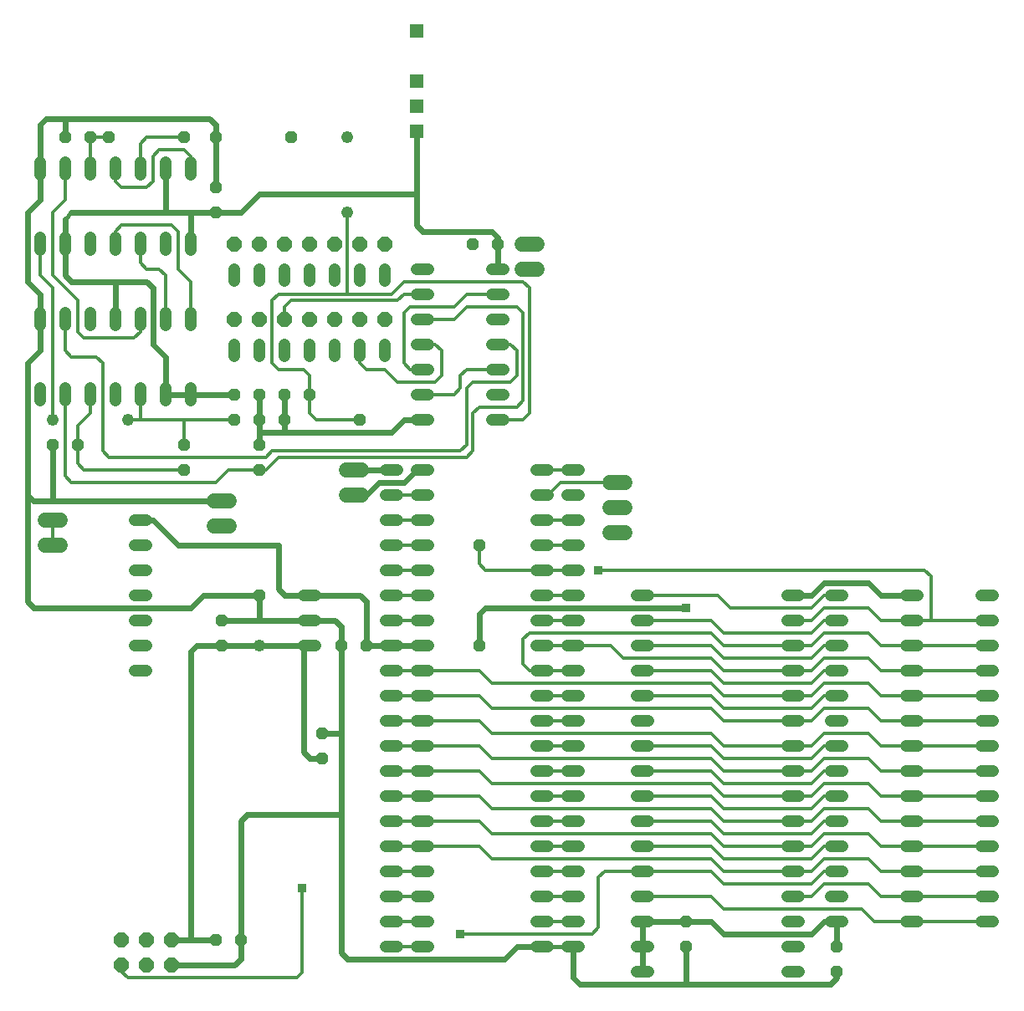
<source format=gbl>
G75*
%MOIN*%
%OFA0B0*%
%FSLAX24Y24*%
%IPPOS*%
%LPD*%
%AMOC8*
5,1,8,0,0,1.08239X$1,22.5*
%
%ADD10C,0.0480*%
%ADD11OC8,0.0480*%
%ADD12C,0.0600*%
%ADD13OC8,0.0600*%
%ADD14C,0.0480*%
%ADD15R,0.0531X0.0531*%
%ADD16C,0.0240*%
%ADD17C,0.0160*%
%ADD18R,0.0376X0.0376*%
%ADD19C,0.0120*%
D10*
X006208Y013910D02*
X006688Y013910D01*
X006688Y014910D02*
X006208Y014910D01*
X006208Y015910D02*
X006688Y015910D01*
X006688Y016910D02*
X006208Y016910D01*
X006208Y017910D02*
X006688Y017910D01*
X006688Y018910D02*
X006208Y018910D01*
X006208Y019910D02*
X006688Y019910D01*
X006448Y024670D02*
X006448Y025150D01*
X005448Y025150D02*
X005448Y024670D01*
X004448Y024670D02*
X004448Y025150D01*
X003448Y025150D02*
X003448Y024670D01*
X002448Y024670D02*
X002448Y025150D01*
X002448Y027670D02*
X002448Y028150D01*
X003448Y028150D02*
X003448Y027670D01*
X004448Y027670D02*
X004448Y028150D01*
X005448Y028150D02*
X005448Y027670D01*
X006448Y027670D02*
X006448Y028150D01*
X007448Y028150D02*
X007448Y027670D01*
X008448Y027670D02*
X008448Y028150D01*
X010198Y026900D02*
X010198Y026420D01*
X011198Y026420D02*
X011198Y026900D01*
X012198Y026900D02*
X012198Y026420D01*
X013198Y026420D02*
X013198Y026900D01*
X014198Y026900D02*
X014198Y026420D01*
X015198Y026420D02*
X015198Y026900D01*
X016198Y026900D02*
X016198Y026420D01*
X017458Y026910D02*
X017938Y026910D01*
X017938Y027910D02*
X017458Y027910D01*
X017458Y028910D02*
X017938Y028910D01*
X017938Y029910D02*
X017458Y029910D01*
X016198Y029900D02*
X016198Y029420D01*
X015198Y029420D02*
X015198Y029900D01*
X014198Y029900D02*
X014198Y029420D01*
X013198Y029420D02*
X013198Y029900D01*
X012198Y029900D02*
X012198Y029420D01*
X011198Y029420D02*
X011198Y029900D01*
X010198Y029900D02*
X010198Y029420D01*
X008448Y030670D02*
X008448Y031150D01*
X007448Y031150D02*
X007448Y030670D01*
X006448Y030670D02*
X006448Y031150D01*
X005448Y031150D02*
X005448Y030670D01*
X004448Y030670D02*
X004448Y031150D01*
X003448Y031150D02*
X003448Y030670D01*
X002448Y030670D02*
X002448Y031150D01*
X002448Y033670D02*
X002448Y034150D01*
X003448Y034150D02*
X003448Y033670D01*
X004448Y033670D02*
X004448Y034150D01*
X005448Y034150D02*
X005448Y033670D01*
X006448Y033670D02*
X006448Y034150D01*
X007448Y034150D02*
X007448Y033670D01*
X008448Y033670D02*
X008448Y034150D01*
X008448Y025150D02*
X008448Y024670D01*
X007448Y024670D02*
X007448Y025150D01*
X012958Y016910D02*
X013438Y016910D01*
X013438Y015910D02*
X012958Y015910D01*
X012958Y014910D02*
X013438Y014910D01*
X016208Y014910D02*
X016688Y014910D01*
X017458Y014910D02*
X017938Y014910D01*
X017938Y013910D02*
X017458Y013910D01*
X016688Y013910D02*
X016208Y013910D01*
X016208Y012910D02*
X016688Y012910D01*
X017458Y012910D02*
X017938Y012910D01*
X017938Y011910D02*
X017458Y011910D01*
X016688Y011910D02*
X016208Y011910D01*
X016208Y010910D02*
X016688Y010910D01*
X017458Y010910D02*
X017938Y010910D01*
X017938Y009910D02*
X017458Y009910D01*
X016688Y009910D02*
X016208Y009910D01*
X016208Y008910D02*
X016688Y008910D01*
X017458Y008910D02*
X017938Y008910D01*
X017938Y007910D02*
X017458Y007910D01*
X016688Y007910D02*
X016208Y007910D01*
X016208Y006910D02*
X016688Y006910D01*
X017458Y006910D02*
X017938Y006910D01*
X017938Y005910D02*
X017458Y005910D01*
X016688Y005910D02*
X016208Y005910D01*
X016208Y004910D02*
X016688Y004910D01*
X017458Y004910D02*
X017938Y004910D01*
X017938Y003910D02*
X017458Y003910D01*
X016688Y003910D02*
X016208Y003910D01*
X016208Y002910D02*
X016688Y002910D01*
X017458Y002910D02*
X017938Y002910D01*
X022208Y002910D02*
X022688Y002910D01*
X023458Y002910D02*
X023938Y002910D01*
X023938Y003910D02*
X023458Y003910D01*
X022688Y003910D02*
X022208Y003910D01*
X022208Y004910D02*
X022688Y004910D01*
X023458Y004910D02*
X023938Y004910D01*
X023938Y005910D02*
X023458Y005910D01*
X022688Y005910D02*
X022208Y005910D01*
X022208Y006910D02*
X022688Y006910D01*
X023458Y006910D02*
X023938Y006910D01*
X023938Y007910D02*
X023458Y007910D01*
X022688Y007910D02*
X022208Y007910D01*
X022208Y008910D02*
X022688Y008910D01*
X023458Y008910D02*
X023938Y008910D01*
X023938Y009910D02*
X023458Y009910D01*
X022688Y009910D02*
X022208Y009910D01*
X022208Y010910D02*
X022688Y010910D01*
X023458Y010910D02*
X023938Y010910D01*
X023938Y011910D02*
X023458Y011910D01*
X022688Y011910D02*
X022208Y011910D01*
X022208Y012910D02*
X022688Y012910D01*
X023458Y012910D02*
X023938Y012910D01*
X023938Y013910D02*
X023458Y013910D01*
X022688Y013910D02*
X022208Y013910D01*
X022208Y014910D02*
X022688Y014910D01*
X023458Y014910D02*
X023938Y014910D01*
X023938Y015910D02*
X023458Y015910D01*
X022688Y015910D02*
X022208Y015910D01*
X022208Y016910D02*
X022688Y016910D01*
X023458Y016910D02*
X023938Y016910D01*
X023938Y017910D02*
X023458Y017910D01*
X022688Y017910D02*
X022208Y017910D01*
X022208Y018910D02*
X022688Y018910D01*
X023458Y018910D02*
X023938Y018910D01*
X023938Y019910D02*
X023458Y019910D01*
X022688Y019910D02*
X022208Y019910D01*
X022208Y020910D02*
X022688Y020910D01*
X023458Y020910D02*
X023938Y020910D01*
X023938Y021910D02*
X023458Y021910D01*
X022688Y021910D02*
X022208Y021910D01*
X020938Y023910D02*
X020458Y023910D01*
X020458Y024910D02*
X020938Y024910D01*
X020938Y025910D02*
X020458Y025910D01*
X020458Y026910D02*
X020938Y026910D01*
X020938Y027910D02*
X020458Y027910D01*
X020458Y028910D02*
X020938Y028910D01*
X020938Y029910D02*
X020458Y029910D01*
X017938Y025910D02*
X017458Y025910D01*
X017458Y024910D02*
X017938Y024910D01*
X017938Y023910D02*
X017458Y023910D01*
X017458Y021910D02*
X017938Y021910D01*
X017938Y020910D02*
X017458Y020910D01*
X016688Y020910D02*
X016208Y020910D01*
X016208Y019910D02*
X016688Y019910D01*
X017458Y019910D02*
X017938Y019910D01*
X017938Y018910D02*
X017458Y018910D01*
X016688Y018910D02*
X016208Y018910D01*
X016208Y017910D02*
X016688Y017910D01*
X017458Y017910D02*
X017938Y017910D01*
X017938Y016910D02*
X017458Y016910D01*
X016688Y016910D02*
X016208Y016910D01*
X016208Y015910D02*
X016688Y015910D01*
X017458Y015910D02*
X017938Y015910D01*
X016688Y021910D02*
X016208Y021910D01*
X026208Y016910D02*
X026688Y016910D01*
X026688Y015910D02*
X026208Y015910D01*
X026208Y014910D02*
X026688Y014910D01*
X026688Y013910D02*
X026208Y013910D01*
X026208Y012910D02*
X026688Y012910D01*
X026688Y011910D02*
X026208Y011910D01*
X026208Y010910D02*
X026688Y010910D01*
X026688Y009910D02*
X026208Y009910D01*
X026208Y008910D02*
X026688Y008910D01*
X026688Y007910D02*
X026208Y007910D01*
X026208Y006910D02*
X026688Y006910D01*
X026688Y005910D02*
X026208Y005910D01*
X026208Y004910D02*
X026688Y004910D01*
X026688Y003910D02*
X026208Y003910D01*
X026208Y002910D02*
X026688Y002910D01*
X026688Y001910D02*
X026208Y001910D01*
X032208Y001910D02*
X032688Y001910D01*
X032688Y002910D02*
X032208Y002910D01*
X032208Y003910D02*
X032688Y003910D01*
X032688Y004910D02*
X032208Y004910D01*
X032208Y005910D02*
X032688Y005910D01*
X032688Y006910D02*
X032208Y006910D01*
X032208Y007910D02*
X032688Y007910D01*
X032688Y008910D02*
X032208Y008910D01*
X032208Y009910D02*
X032688Y009910D01*
X032688Y010910D02*
X032208Y010910D01*
X032208Y011910D02*
X032688Y011910D01*
X032688Y012910D02*
X032208Y012910D01*
X032208Y013910D02*
X032688Y013910D01*
X032688Y014910D02*
X032208Y014910D01*
X032208Y015910D02*
X032688Y015910D01*
X032688Y016910D02*
X032208Y016910D01*
X033958Y016910D02*
X034438Y016910D01*
X033958Y016910D01*
X033958Y015910D02*
X034438Y015910D01*
X033958Y015910D01*
X033958Y014910D02*
X034438Y014910D01*
X033958Y014910D01*
X033958Y013910D02*
X034438Y013910D01*
X033958Y013910D01*
X033958Y012910D02*
X034438Y012910D01*
X033958Y012910D01*
X033958Y011910D02*
X034438Y011910D01*
X033958Y011910D01*
X033958Y010910D02*
X034438Y010910D01*
X033958Y010910D01*
X033958Y009910D02*
X034438Y009910D01*
X033958Y009910D01*
X033958Y008910D02*
X034438Y008910D01*
X033958Y008910D01*
X033958Y007910D02*
X034438Y007910D01*
X033958Y007910D01*
X033958Y006910D02*
X034438Y006910D01*
X033958Y006910D01*
X033958Y005910D02*
X034438Y005910D01*
X033958Y005910D01*
X033958Y004910D02*
X034438Y004910D01*
X033958Y004910D01*
X033958Y003910D02*
X034438Y003910D01*
X033958Y003910D01*
X036958Y003910D02*
X037438Y003910D01*
X037438Y004910D02*
X036958Y004910D01*
X036958Y005910D02*
X037438Y005910D01*
X037438Y006910D02*
X036958Y006910D01*
X036958Y007910D02*
X037438Y007910D01*
X037438Y008910D02*
X036958Y008910D01*
X036958Y009910D02*
X037438Y009910D01*
X037438Y010910D02*
X036958Y010910D01*
X036958Y011910D02*
X037438Y011910D01*
X037438Y012910D02*
X036958Y012910D01*
X036958Y013910D02*
X037438Y013910D01*
X037438Y014910D02*
X036958Y014910D01*
X036958Y015910D02*
X037438Y015910D01*
X037438Y016910D02*
X036958Y016910D01*
X039958Y016910D02*
X040438Y016910D01*
X040438Y015910D02*
X039958Y015910D01*
X039958Y014910D02*
X040438Y014910D01*
X040438Y013910D02*
X039958Y013910D01*
X039958Y012910D02*
X040438Y012910D01*
X040438Y011910D02*
X039958Y011910D01*
X039958Y010910D02*
X040438Y010910D01*
X040438Y009910D02*
X039958Y009910D01*
X039958Y008910D02*
X040438Y008910D01*
X040438Y007910D02*
X039958Y007910D01*
X039958Y006910D02*
X040438Y006910D01*
X040438Y005910D02*
X039958Y005910D01*
X039958Y004910D02*
X040438Y004910D01*
X040438Y003910D02*
X039958Y003910D01*
D11*
X034198Y002910D03*
X034198Y001910D03*
X028198Y002910D03*
X028198Y003910D03*
X019948Y014910D03*
X019948Y018910D03*
X015448Y014910D03*
X014448Y014910D03*
X011198Y016910D03*
X009698Y015910D03*
X009698Y014910D03*
X013698Y011410D03*
X013698Y010410D03*
X010448Y003160D03*
X009448Y003160D03*
X008198Y021910D03*
X008198Y022910D03*
X010198Y023910D03*
X010198Y024910D03*
X011198Y024910D03*
X011198Y023910D03*
X011198Y022910D03*
X012198Y023910D03*
X012198Y024910D03*
X013198Y024910D03*
X015198Y023910D03*
X011198Y021910D03*
X003948Y022910D03*
X002948Y022910D03*
X009448Y032160D03*
X009448Y033160D03*
X009448Y035160D03*
X008198Y035160D03*
X005198Y035160D03*
X004448Y035160D03*
X003448Y035160D03*
X012448Y035160D03*
X019698Y030910D03*
X020698Y030910D03*
D12*
X021648Y030910D02*
X022248Y030910D01*
X022248Y029910D02*
X021648Y029910D01*
X015248Y021910D02*
X014648Y021910D01*
X014648Y020910D02*
X015248Y020910D01*
X009998Y020660D02*
X009398Y020660D01*
X009398Y019660D02*
X009998Y019660D01*
X003248Y019910D02*
X002648Y019910D01*
X002648Y018910D02*
X003248Y018910D01*
X025148Y019410D02*
X025748Y019410D01*
X025748Y020410D02*
X025148Y020410D01*
X025148Y021410D02*
X025748Y021410D01*
D13*
X016198Y027910D03*
X015198Y027910D03*
X014198Y027910D03*
X013198Y027910D03*
X012198Y027910D03*
X011198Y027910D03*
X010198Y027910D03*
X010198Y030910D03*
X011198Y030910D03*
X012198Y030910D03*
X013198Y030910D03*
X014198Y030910D03*
X015198Y030910D03*
X016198Y030910D03*
X007698Y003160D03*
X006698Y003160D03*
X005698Y003160D03*
X005698Y002160D03*
X006698Y002160D03*
X007698Y002160D03*
D14*
X011198Y014910D03*
X005948Y023910D03*
X002948Y023910D03*
X014698Y032160D03*
X014698Y035160D03*
D15*
X017448Y035410D03*
X017448Y036410D03*
X017448Y037410D03*
X017448Y039410D03*
D16*
X017448Y035410D02*
X017448Y032910D01*
X017448Y031660D01*
X017698Y031410D01*
X020448Y031410D01*
X020698Y031160D01*
X020698Y030910D01*
X020698Y029910D01*
X017448Y032910D02*
X011198Y032910D01*
X010448Y032160D01*
X009448Y032160D01*
X008448Y032160D01*
X008448Y030910D01*
X008448Y032160D02*
X007448Y032160D01*
X007448Y033910D01*
X007448Y032160D02*
X003698Y032160D01*
X003448Y031910D02*
X003448Y030910D01*
X003448Y029660D01*
X003698Y029410D01*
X005448Y029410D01*
X005448Y027910D01*
X005448Y029410D02*
X006698Y029410D01*
X006948Y029160D01*
X006948Y026910D01*
X007448Y026410D01*
X007448Y024910D01*
X008448Y024910D01*
X010198Y024910D01*
X011198Y024910D02*
X011198Y023910D01*
X011198Y023410D01*
X011198Y022910D01*
X011198Y023410D02*
X012198Y023410D01*
X012198Y024910D01*
X012198Y023910D01*
X012198Y023410D02*
X016448Y023410D01*
X016948Y023910D01*
X017698Y023910D01*
X017698Y021910D02*
X017448Y021910D01*
X016948Y021410D01*
X015948Y021410D01*
X015448Y020910D01*
X014948Y020910D01*
X014948Y021910D02*
X016448Y021910D01*
X015198Y016910D02*
X013198Y016910D01*
X012198Y016910D01*
X011948Y017160D01*
X011948Y018910D01*
X007948Y018910D01*
X006948Y019910D01*
X006448Y019910D01*
X008948Y016910D02*
X008448Y016410D01*
X002198Y016410D01*
X001948Y016660D01*
X001948Y020910D01*
X002198Y020660D01*
X002948Y020660D01*
X002948Y022910D01*
X001948Y020910D02*
X001948Y026160D01*
X002448Y026660D01*
X002448Y027910D01*
X002448Y028910D01*
X001948Y029410D01*
X001948Y032160D01*
X002448Y032660D01*
X002448Y033910D01*
X002448Y035660D01*
X002698Y035910D01*
X003448Y035910D01*
X009198Y035910D01*
X009448Y035660D01*
X009448Y035160D01*
X009448Y033160D01*
X003448Y035160D02*
X003448Y035910D01*
X002948Y020660D02*
X009698Y020660D01*
X008948Y016910D02*
X011198Y016910D01*
X011198Y015910D01*
X013198Y015910D01*
X014198Y015910D01*
X014448Y015660D01*
X014448Y014910D01*
X014448Y011410D01*
X013698Y011410D01*
X014448Y011410D02*
X014448Y008160D01*
X014448Y002660D01*
X014698Y002410D01*
X020948Y002410D01*
X021448Y002910D01*
X022448Y002910D01*
X023698Y002910D02*
X023698Y001660D01*
X023948Y001410D01*
X028198Y001410D01*
X028198Y002910D01*
X028198Y003910D02*
X029198Y003910D01*
X029698Y003410D01*
X033198Y003410D01*
X033698Y003910D01*
X034198Y003910D01*
X034198Y002910D01*
X034198Y001910D02*
X034198Y001660D01*
X033948Y001410D01*
X028198Y001410D01*
X026448Y001910D02*
X026448Y002910D01*
X026448Y003910D01*
X028198Y003910D01*
X019948Y014910D02*
X019948Y016160D01*
X020198Y016410D01*
X028198Y016410D01*
X032448Y016910D02*
X033198Y016910D01*
X033698Y017410D01*
X035448Y017410D01*
X035948Y016910D01*
X037198Y016910D01*
X017698Y014910D02*
X016448Y014910D01*
X015448Y014910D01*
X015448Y016660D01*
X015198Y016910D01*
X013198Y014910D02*
X012948Y014910D01*
X012948Y010660D01*
X013198Y010410D01*
X013698Y010410D01*
X014448Y008160D02*
X010698Y008160D01*
X010448Y007910D01*
X010448Y003160D01*
X010448Y002410D01*
X010198Y002160D01*
X007698Y002160D01*
X007698Y003160D02*
X008448Y003160D01*
X008448Y014660D01*
X008698Y014910D01*
X009698Y014910D01*
X011198Y014910D01*
X012948Y014910D01*
X011198Y015910D02*
X009698Y015910D01*
X009448Y003160D02*
X008448Y003160D01*
D17*
X022448Y002910D02*
X023698Y002910D01*
X003448Y031910D02*
X003698Y032160D01*
D18*
X024698Y017910D03*
X028198Y016410D03*
X019198Y003410D03*
X012886Y005223D03*
D19*
X005698Y002160D02*
X005698Y001910D01*
X005948Y001660D01*
X012698Y001660D01*
X012886Y001848D01*
X012886Y005223D01*
X016448Y004910D02*
X017698Y004910D01*
X017698Y003910D02*
X016448Y003910D01*
X016448Y002910D02*
X017698Y002910D01*
X019198Y003410D02*
X024448Y003410D01*
X024698Y003660D01*
X024698Y005660D01*
X024948Y005910D01*
X026448Y005910D01*
X029198Y005910D01*
X029698Y005410D01*
X033198Y005410D01*
X033698Y005910D01*
X034198Y005910D01*
X033698Y005410D02*
X035448Y005410D01*
X035948Y004910D01*
X037198Y004910D01*
X040198Y004910D01*
X040198Y003910D02*
X037198Y003910D01*
X035698Y003910D01*
X035198Y004410D01*
X029698Y004410D01*
X029198Y004910D01*
X026448Y004910D01*
X026448Y006910D02*
X029198Y006910D01*
X029698Y006410D01*
X033198Y006410D01*
X033698Y006910D01*
X034198Y006910D01*
X033698Y006410D02*
X035448Y006410D01*
X035948Y005910D01*
X037198Y005910D01*
X040198Y005910D01*
X040198Y006910D02*
X037198Y006910D01*
X035948Y006910D01*
X035448Y007410D01*
X033698Y007410D01*
X033198Y006910D01*
X032448Y006910D01*
X029698Y006910D01*
X029198Y007410D01*
X020448Y007410D01*
X019948Y007910D01*
X017698Y007910D01*
X016448Y007910D01*
X016448Y006910D02*
X017698Y006910D01*
X019948Y006910D01*
X020448Y006410D01*
X029198Y006410D01*
X029698Y005910D01*
X032448Y005910D01*
X033198Y005910D01*
X033698Y006410D01*
X033698Y005410D02*
X033198Y004910D01*
X032448Y004910D01*
X032448Y006910D02*
X031948Y006910D01*
X032448Y007910D02*
X029698Y007910D01*
X029198Y008410D01*
X020448Y008410D01*
X019948Y008910D01*
X017698Y008910D01*
X016448Y008910D01*
X016448Y009910D02*
X017698Y009910D01*
X019948Y009910D01*
X020448Y009410D01*
X029198Y009410D01*
X029698Y008910D01*
X032448Y008910D01*
X033198Y008910D01*
X033698Y009410D01*
X035448Y009410D01*
X035948Y008910D01*
X037198Y008910D01*
X040198Y008910D01*
X040198Y007910D02*
X037198Y007910D01*
X035948Y007910D01*
X035448Y008410D01*
X033698Y008410D01*
X033198Y007910D01*
X032448Y007910D01*
X033198Y007410D02*
X029698Y007410D01*
X029198Y007910D01*
X026448Y007910D01*
X026448Y008910D02*
X029198Y008910D01*
X029698Y008410D01*
X033198Y008410D01*
X033698Y008910D01*
X034198Y008910D01*
X034198Y007910D02*
X033698Y007910D01*
X033198Y007410D01*
X033198Y009410D02*
X033698Y009910D01*
X034198Y009910D01*
X033698Y010410D02*
X035448Y010410D01*
X035948Y009910D01*
X037198Y009910D01*
X040198Y009910D01*
X040198Y010910D02*
X037198Y010910D01*
X035948Y010910D01*
X035448Y011410D01*
X033698Y011410D01*
X033198Y010910D01*
X032448Y010910D01*
X029698Y010910D01*
X029198Y011410D01*
X020448Y011410D01*
X019948Y011910D01*
X017698Y011910D01*
X016448Y011910D01*
X016448Y010910D02*
X017698Y010910D01*
X019948Y010910D01*
X020448Y010410D01*
X029198Y010410D01*
X029698Y009910D01*
X032448Y009910D01*
X033198Y009910D01*
X033698Y010410D01*
X033198Y010410D02*
X033698Y010910D01*
X034198Y010910D01*
X033198Y010410D02*
X029698Y010410D01*
X029198Y010910D01*
X026448Y010910D01*
X026448Y009910D02*
X029198Y009910D01*
X029698Y009410D01*
X033198Y009410D01*
X033198Y011910D02*
X032448Y011910D01*
X029698Y011910D01*
X029198Y012410D01*
X020448Y012410D01*
X019948Y012910D01*
X017698Y012910D01*
X016448Y012910D01*
X016448Y013910D02*
X017698Y013910D01*
X019948Y013910D01*
X020448Y013410D01*
X029198Y013410D01*
X029698Y012910D01*
X032448Y012910D01*
X033198Y012910D01*
X033698Y013410D01*
X035448Y013410D01*
X035948Y012910D01*
X037198Y012910D01*
X040198Y012910D01*
X040198Y011910D02*
X037198Y011910D01*
X035948Y011910D01*
X035448Y012410D01*
X033698Y012410D01*
X033198Y011910D01*
X033198Y012410D02*
X029698Y012410D01*
X029198Y012910D01*
X026448Y012910D01*
X026448Y013910D02*
X029198Y013910D01*
X029698Y013410D01*
X033198Y013410D01*
X033698Y013910D01*
X034198Y013910D01*
X033698Y014410D02*
X035448Y014410D01*
X035948Y013910D01*
X037198Y013910D01*
X040198Y013910D01*
X040198Y014910D02*
X037198Y014910D01*
X035948Y014910D01*
X035448Y015410D01*
X033698Y015410D01*
X033198Y014910D01*
X032448Y014910D01*
X029698Y014910D01*
X029198Y015410D01*
X021948Y015410D01*
X021698Y015160D01*
X021698Y014160D01*
X021948Y013910D01*
X022448Y013910D01*
X023698Y013910D01*
X023698Y014910D02*
X025198Y014910D01*
X025698Y014410D01*
X029198Y014410D01*
X029698Y013910D01*
X032448Y013910D01*
X033198Y013910D01*
X033698Y014410D01*
X033198Y014410D02*
X033698Y014910D01*
X034198Y014910D01*
X034198Y015910D02*
X033698Y015910D01*
X033198Y015410D01*
X029698Y015410D01*
X029198Y015910D01*
X026448Y015910D01*
X026448Y014910D02*
X029198Y014910D01*
X029698Y014410D01*
X033198Y014410D01*
X033198Y015910D02*
X032448Y015910D01*
X033198Y015910D02*
X033698Y016410D01*
X035448Y016410D01*
X035948Y015910D01*
X037198Y015910D01*
X037948Y015910D01*
X037948Y017660D01*
X037698Y017910D01*
X024698Y017910D01*
X023698Y017910D02*
X022448Y017910D01*
X020198Y017910D01*
X019948Y018160D01*
X019948Y018910D01*
X017698Y018910D02*
X016448Y018910D01*
X016448Y019910D02*
X017698Y019910D01*
X017698Y020910D02*
X016448Y020910D01*
X016448Y017910D02*
X017698Y017910D01*
X017698Y016910D02*
X016448Y016910D01*
X016448Y015910D02*
X017698Y015910D01*
X022448Y015910D02*
X023698Y015910D01*
X023698Y014910D02*
X022448Y014910D01*
X022448Y016910D02*
X023698Y016910D01*
X023698Y018910D02*
X022448Y018910D01*
X022448Y019910D02*
X023698Y019910D01*
X022698Y020910D02*
X023198Y021410D01*
X025448Y021410D01*
X023698Y021910D02*
X022448Y021910D01*
X022448Y020910D02*
X022698Y020910D01*
X021698Y023910D02*
X020698Y023910D01*
X019948Y024410D02*
X021448Y024410D01*
X021698Y024660D01*
X021698Y028160D01*
X021448Y028410D01*
X019448Y028410D01*
X018948Y027910D01*
X017698Y027910D01*
X017198Y028410D02*
X018948Y028410D01*
X019448Y028910D01*
X020698Y028910D01*
X021698Y029410D02*
X021948Y029160D01*
X021948Y024160D01*
X021698Y023910D01*
X021198Y025410D02*
X021448Y025660D01*
X021448Y026660D01*
X021198Y026910D01*
X020698Y026910D01*
X020698Y025910D02*
X019448Y025910D01*
X019198Y025660D01*
X019198Y025160D01*
X018948Y024910D01*
X017698Y024910D01*
X018198Y025410D02*
X018448Y025660D01*
X018448Y026660D01*
X018198Y026910D01*
X017698Y026910D01*
X016948Y026160D02*
X017198Y025910D01*
X017698Y025910D01*
X018198Y025410D02*
X016698Y025410D01*
X016198Y025910D01*
X015448Y025910D01*
X015198Y026160D01*
X015198Y026660D01*
X016948Y026160D02*
X016948Y028160D01*
X017198Y028410D01*
X016698Y028660D02*
X016948Y028910D01*
X017698Y028910D01*
X016948Y029410D02*
X021698Y029410D01*
X021198Y025410D02*
X019698Y025410D01*
X019448Y025160D01*
X019448Y022910D01*
X019198Y022660D01*
X011698Y022660D01*
X011448Y022410D01*
X005198Y022410D01*
X004948Y022660D01*
X004948Y026160D01*
X004698Y026410D01*
X003698Y026410D01*
X003448Y026660D01*
X003448Y027910D01*
X003948Y027410D02*
X003948Y028660D01*
X002948Y029660D01*
X002948Y032160D01*
X003448Y032660D01*
X003448Y033910D01*
X004448Y033910D02*
X004448Y035160D01*
X005198Y035160D01*
X005448Y033910D02*
X005448Y033410D01*
X005698Y033160D01*
X006698Y033160D01*
X006948Y033410D01*
X006948Y034410D01*
X007198Y034660D01*
X008198Y034660D01*
X008448Y034410D01*
X008448Y033910D01*
X008198Y035160D02*
X006698Y035160D01*
X006448Y034910D01*
X006448Y033910D01*
X005698Y031660D02*
X007698Y031660D01*
X007948Y031410D01*
X007948Y029910D01*
X008448Y029410D01*
X008448Y027910D01*
X007448Y027910D02*
X007448Y029660D01*
X007198Y029910D01*
X006698Y029910D01*
X006448Y030160D01*
X006448Y030910D01*
X005448Y030910D02*
X005448Y031410D01*
X005698Y031660D01*
X002948Y029160D02*
X002948Y023910D01*
X003948Y023660D02*
X003948Y022910D01*
X003948Y022160D01*
X004198Y021910D01*
X008198Y021910D01*
X008198Y022910D02*
X008198Y023910D01*
X010198Y023910D01*
X011948Y022410D02*
X011448Y021910D01*
X011198Y021910D01*
X009948Y021910D01*
X009448Y021410D01*
X003698Y021410D01*
X003448Y021660D01*
X003448Y024910D01*
X004448Y024910D02*
X004448Y024160D01*
X003948Y023660D01*
X005948Y023910D02*
X006448Y023910D01*
X008198Y023910D01*
X006448Y023910D02*
X006448Y024910D01*
X006198Y027160D02*
X004198Y027160D01*
X003948Y027410D01*
X002948Y029160D02*
X002448Y029660D01*
X002448Y030910D01*
X006198Y027160D02*
X006448Y027410D01*
X006448Y027910D01*
X011698Y028660D02*
X011698Y026160D01*
X011948Y025910D01*
X012948Y025910D01*
X013198Y025660D01*
X013198Y024910D01*
X013198Y024160D01*
X013448Y023910D01*
X015198Y023910D01*
X011948Y022410D02*
X019448Y022410D01*
X019698Y022660D01*
X019698Y024160D01*
X019948Y024410D01*
X016698Y028660D02*
X012448Y028660D01*
X012198Y028410D01*
X012198Y027910D01*
X011698Y028660D02*
X011948Y028910D01*
X014698Y028910D01*
X014698Y032160D01*
X016948Y029410D02*
X016448Y028910D01*
X014698Y028910D01*
X002948Y019910D02*
X002948Y018910D01*
X016448Y005910D02*
X017698Y005910D01*
X022448Y005910D02*
X023698Y005910D01*
X023698Y006910D02*
X022448Y006910D01*
X022448Y007910D02*
X023698Y007910D01*
X023698Y008910D02*
X022448Y008910D01*
X022448Y009910D02*
X023698Y009910D01*
X023698Y010910D02*
X022448Y010910D01*
X022448Y011910D02*
X023698Y011910D01*
X023698Y012910D02*
X022448Y012910D01*
X026448Y016910D02*
X029448Y016910D01*
X029948Y016410D01*
X033198Y016410D01*
X033698Y016910D01*
X034198Y016910D01*
X037948Y015910D02*
X040198Y015910D01*
X034198Y012910D02*
X033698Y012910D01*
X033198Y012410D01*
X023698Y004910D02*
X022448Y004910D01*
X022448Y003910D02*
X023698Y003910D01*
M02*

</source>
